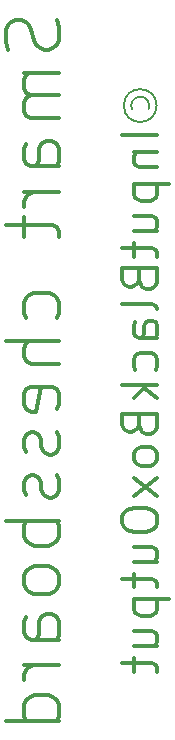
<source format=gbr>
%TF.GenerationSoftware,KiCad,Pcbnew,(5.1.4)-1*%
%TF.CreationDate,2021-06-18T22:58:37+05:30*%
%TF.ProjectId,board,626f6172-642e-46b6-9963-61645f706362,rev?*%
%TF.SameCoordinates,Original*%
%TF.FileFunction,Legend,Bot*%
%TF.FilePolarity,Positive*%
%FSLAX46Y46*%
G04 Gerber Fmt 4.6, Leading zero omitted, Abs format (unit mm)*
G04 Created by KiCad (PCBNEW (5.1.4)-1) date 2021-06-18 22:58:37*
%MOMM*%
%LPD*%
G04 APERTURE LIST*
%ADD10C,0.200000*%
%ADD11C,0.300000*%
G04 APERTURE END LIST*
D10*
X234719041Y-113341020D02*
G75*
G02X236100000Y-113300000I680959J341020D01*
G01*
X236789244Y-113000000D02*
G75*
G03X236789244Y-113000000I-1389244J0D01*
G01*
D11*
X236857142Y-115500000D02*
X233857142Y-115500000D01*
X234857142Y-116928571D02*
X236857142Y-116928571D01*
X235142857Y-116928571D02*
X235000000Y-117071428D01*
X234857142Y-117357142D01*
X234857142Y-117785714D01*
X235000000Y-118071428D01*
X235285714Y-118214285D01*
X236857142Y-118214285D01*
X234857142Y-119642857D02*
X237857142Y-119642857D01*
X235000000Y-119642857D02*
X234857142Y-119928571D01*
X234857142Y-120500000D01*
X235000000Y-120785714D01*
X235142857Y-120928571D01*
X235428571Y-121071428D01*
X236285714Y-121071428D01*
X236571428Y-120928571D01*
X236714285Y-120785714D01*
X236857142Y-120500000D01*
X236857142Y-119928571D01*
X236714285Y-119642857D01*
X234857142Y-123642857D02*
X236857142Y-123642857D01*
X234857142Y-122357142D02*
X236428571Y-122357142D01*
X236714285Y-122500000D01*
X236857142Y-122785714D01*
X236857142Y-123214285D01*
X236714285Y-123500000D01*
X236571428Y-123642857D01*
X234857142Y-124642857D02*
X234857142Y-125785714D01*
X233857142Y-125071428D02*
X236428571Y-125071428D01*
X236714285Y-125214285D01*
X236857142Y-125500000D01*
X236857142Y-125785714D01*
X235285714Y-127785714D02*
X235428571Y-128214285D01*
X235571428Y-128357142D01*
X235857142Y-128500000D01*
X236285714Y-128500000D01*
X236571428Y-128357142D01*
X236714285Y-128214285D01*
X236857142Y-127928571D01*
X236857142Y-126785714D01*
X233857142Y-126785714D01*
X233857142Y-127785714D01*
X234000000Y-128071428D01*
X234142857Y-128214285D01*
X234428571Y-128357142D01*
X234714285Y-128357142D01*
X235000000Y-128214285D01*
X235142857Y-128071428D01*
X235285714Y-127785714D01*
X235285714Y-126785714D01*
X236857142Y-130214285D02*
X236714285Y-129928571D01*
X236428571Y-129785714D01*
X233857142Y-129785714D01*
X236857142Y-132642857D02*
X235285714Y-132642857D01*
X235000000Y-132500000D01*
X234857142Y-132214285D01*
X234857142Y-131642857D01*
X235000000Y-131357142D01*
X236714285Y-132642857D02*
X236857142Y-132357142D01*
X236857142Y-131642857D01*
X236714285Y-131357142D01*
X236428571Y-131214285D01*
X236142857Y-131214285D01*
X235857142Y-131357142D01*
X235714285Y-131642857D01*
X235714285Y-132357142D01*
X235571428Y-132642857D01*
X236714285Y-135357142D02*
X236857142Y-135071428D01*
X236857142Y-134500000D01*
X236714285Y-134214285D01*
X236571428Y-134071428D01*
X236285714Y-133928571D01*
X235428571Y-133928571D01*
X235142857Y-134071428D01*
X235000000Y-134214285D01*
X234857142Y-134500000D01*
X234857142Y-135071428D01*
X235000000Y-135357142D01*
X236857142Y-136642857D02*
X233857142Y-136642857D01*
X235714285Y-136928571D02*
X236857142Y-137785714D01*
X234857142Y-137785714D02*
X236000000Y-136642857D01*
X235285714Y-140071428D02*
X235428571Y-140500000D01*
X235571428Y-140642857D01*
X235857142Y-140785714D01*
X236285714Y-140785714D01*
X236571428Y-140642857D01*
X236714285Y-140500000D01*
X236857142Y-140214285D01*
X236857142Y-139071428D01*
X233857142Y-139071428D01*
X233857142Y-140071428D01*
X234000000Y-140357142D01*
X234142857Y-140500000D01*
X234428571Y-140642857D01*
X234714285Y-140642857D01*
X235000000Y-140500000D01*
X235142857Y-140357142D01*
X235285714Y-140071428D01*
X235285714Y-139071428D01*
X236857142Y-142500000D02*
X236714285Y-142214285D01*
X236571428Y-142071428D01*
X236285714Y-141928571D01*
X235428571Y-141928571D01*
X235142857Y-142071428D01*
X235000000Y-142214285D01*
X234857142Y-142500000D01*
X234857142Y-142928571D01*
X235000000Y-143214285D01*
X235142857Y-143357142D01*
X235428571Y-143500000D01*
X236285714Y-143500000D01*
X236571428Y-143357142D01*
X236714285Y-143214285D01*
X236857142Y-142928571D01*
X236857142Y-142500000D01*
X236857142Y-144500000D02*
X234857142Y-146071428D01*
X234857142Y-144500000D02*
X236857142Y-146071428D01*
X233857142Y-147785714D02*
X233857142Y-148357142D01*
X234000000Y-148642857D01*
X234285714Y-148928571D01*
X234857142Y-149071428D01*
X235857142Y-149071428D01*
X236428571Y-148928571D01*
X236714285Y-148642857D01*
X236857142Y-148357142D01*
X236857142Y-147785714D01*
X236714285Y-147500000D01*
X236428571Y-147214285D01*
X235857142Y-147071428D01*
X234857142Y-147071428D01*
X234285714Y-147214285D01*
X234000000Y-147500000D01*
X233857142Y-147785714D01*
X234857142Y-151642857D02*
X236857142Y-151642857D01*
X234857142Y-150357142D02*
X236428571Y-150357142D01*
X236714285Y-150500000D01*
X236857142Y-150785714D01*
X236857142Y-151214285D01*
X236714285Y-151500000D01*
X236571428Y-151642857D01*
X234857142Y-152642857D02*
X234857142Y-153785714D01*
X233857142Y-153071428D02*
X236428571Y-153071428D01*
X236714285Y-153214285D01*
X236857142Y-153500000D01*
X236857142Y-153785714D01*
X234857142Y-154785714D02*
X237857142Y-154785714D01*
X235000000Y-154785714D02*
X234857142Y-155071428D01*
X234857142Y-155642857D01*
X235000000Y-155928571D01*
X235142857Y-156071428D01*
X235428571Y-156214285D01*
X236285714Y-156214285D01*
X236571428Y-156071428D01*
X236714285Y-155928571D01*
X236857142Y-155642857D01*
X236857142Y-155071428D01*
X236714285Y-154785714D01*
X234857142Y-158785714D02*
X236857142Y-158785714D01*
X234857142Y-157500000D02*
X236428571Y-157500000D01*
X236714285Y-157642857D01*
X236857142Y-157928571D01*
X236857142Y-158357142D01*
X236714285Y-158642857D01*
X236571428Y-158785714D01*
X234857142Y-159785714D02*
X234857142Y-160928571D01*
X233857142Y-160214285D02*
X236428571Y-160214285D01*
X236714285Y-160357142D01*
X236857142Y-160642857D01*
X236857142Y-160928571D01*
X228321428Y-105714285D02*
X228535714Y-106357142D01*
X228535714Y-107428571D01*
X228321428Y-107857142D01*
X228107142Y-108071428D01*
X227678571Y-108285714D01*
X227250000Y-108285714D01*
X226821428Y-108071428D01*
X226607142Y-107857142D01*
X226392857Y-107428571D01*
X226178571Y-106571428D01*
X225964285Y-106142857D01*
X225750000Y-105928571D01*
X225321428Y-105714285D01*
X224892857Y-105714285D01*
X224464285Y-105928571D01*
X224250000Y-106142857D01*
X224035714Y-106571428D01*
X224035714Y-107642857D01*
X224250000Y-108285714D01*
X228535714Y-110214285D02*
X225535714Y-110214285D01*
X225964285Y-110214285D02*
X225750000Y-110428571D01*
X225535714Y-110857142D01*
X225535714Y-111500000D01*
X225750000Y-111928571D01*
X226178571Y-112142857D01*
X228535714Y-112142857D01*
X226178571Y-112142857D02*
X225750000Y-112357142D01*
X225535714Y-112785714D01*
X225535714Y-113428571D01*
X225750000Y-113857142D01*
X226178571Y-114071428D01*
X228535714Y-114071428D01*
X228535714Y-118142857D02*
X226178571Y-118142857D01*
X225750000Y-117928571D01*
X225535714Y-117500000D01*
X225535714Y-116642857D01*
X225750000Y-116214285D01*
X228321428Y-118142857D02*
X228535714Y-117714285D01*
X228535714Y-116642857D01*
X228321428Y-116214285D01*
X227892857Y-116000000D01*
X227464285Y-116000000D01*
X227035714Y-116214285D01*
X226821428Y-116642857D01*
X226821428Y-117714285D01*
X226607142Y-118142857D01*
X228535714Y-120285714D02*
X225535714Y-120285714D01*
X226392857Y-120285714D02*
X225964285Y-120500000D01*
X225750000Y-120714285D01*
X225535714Y-121142857D01*
X225535714Y-121571428D01*
X225535714Y-122428571D02*
X225535714Y-124142857D01*
X224035714Y-123071428D02*
X227892857Y-123071428D01*
X228321428Y-123285714D01*
X228535714Y-123714285D01*
X228535714Y-124142857D01*
X228321428Y-131000000D02*
X228535714Y-130571428D01*
X228535714Y-129714285D01*
X228321428Y-129285714D01*
X228107142Y-129071428D01*
X227678571Y-128857142D01*
X226392857Y-128857142D01*
X225964285Y-129071428D01*
X225750000Y-129285714D01*
X225535714Y-129714285D01*
X225535714Y-130571428D01*
X225750000Y-131000000D01*
X228535714Y-132928571D02*
X224035714Y-132928571D01*
X228535714Y-134857142D02*
X226178571Y-134857142D01*
X225750000Y-134642857D01*
X225535714Y-134214285D01*
X225535714Y-133571428D01*
X225750000Y-133142857D01*
X225964285Y-132928571D01*
X228321428Y-138714285D02*
X228535714Y-138285714D01*
X228535714Y-137428571D01*
X228321428Y-137000000D01*
X227892857Y-136785714D01*
X226178571Y-136785714D01*
X225750000Y-137000000D01*
X225535714Y-137428571D01*
X225535714Y-138285714D01*
X225750000Y-138714285D01*
X226178571Y-138928571D01*
X226607142Y-138928571D01*
X227035714Y-136785714D01*
X228321428Y-140642857D02*
X228535714Y-141071428D01*
X228535714Y-141928571D01*
X228321428Y-142357142D01*
X227892857Y-142571428D01*
X227678571Y-142571428D01*
X227250000Y-142357142D01*
X227035714Y-141928571D01*
X227035714Y-141285714D01*
X226821428Y-140857142D01*
X226392857Y-140642857D01*
X226178571Y-140642857D01*
X225750000Y-140857142D01*
X225535714Y-141285714D01*
X225535714Y-141928571D01*
X225750000Y-142357142D01*
X228321428Y-144285714D02*
X228535714Y-144714285D01*
X228535714Y-145571428D01*
X228321428Y-146000000D01*
X227892857Y-146214285D01*
X227678571Y-146214285D01*
X227250000Y-146000000D01*
X227035714Y-145571428D01*
X227035714Y-144928571D01*
X226821428Y-144500000D01*
X226392857Y-144285714D01*
X226178571Y-144285714D01*
X225750000Y-144500000D01*
X225535714Y-144928571D01*
X225535714Y-145571428D01*
X225750000Y-146000000D01*
X228535714Y-148142857D02*
X224035714Y-148142857D01*
X225750000Y-148142857D02*
X225535714Y-148571428D01*
X225535714Y-149428571D01*
X225750000Y-149857142D01*
X225964285Y-150071428D01*
X226392857Y-150285714D01*
X227678571Y-150285714D01*
X228107142Y-150071428D01*
X228321428Y-149857142D01*
X228535714Y-149428571D01*
X228535714Y-148571428D01*
X228321428Y-148142857D01*
X228535714Y-152857142D02*
X228321428Y-152428571D01*
X228107142Y-152214285D01*
X227678571Y-151999999D01*
X226392857Y-151999999D01*
X225964285Y-152214285D01*
X225750000Y-152428571D01*
X225535714Y-152857142D01*
X225535714Y-153499999D01*
X225750000Y-153928571D01*
X225964285Y-154142857D01*
X226392857Y-154357142D01*
X227678571Y-154357142D01*
X228107142Y-154142857D01*
X228321428Y-153928571D01*
X228535714Y-153499999D01*
X228535714Y-152857142D01*
X228535714Y-158214285D02*
X226178571Y-158214285D01*
X225750000Y-157999999D01*
X225535714Y-157571428D01*
X225535714Y-156714285D01*
X225750000Y-156285714D01*
X228321428Y-158214285D02*
X228535714Y-157785714D01*
X228535714Y-156714285D01*
X228321428Y-156285714D01*
X227892857Y-156071428D01*
X227464285Y-156071428D01*
X227035714Y-156285714D01*
X226821428Y-156714285D01*
X226821428Y-157785714D01*
X226607142Y-158214285D01*
X228535714Y-160357142D02*
X225535714Y-160357142D01*
X226392857Y-160357142D02*
X225964285Y-160571428D01*
X225750000Y-160785714D01*
X225535714Y-161214285D01*
X225535714Y-161642857D01*
X228535714Y-165071428D02*
X224035714Y-165071428D01*
X228321428Y-165071428D02*
X228535714Y-164642857D01*
X228535714Y-163785714D01*
X228321428Y-163357142D01*
X228107142Y-163142857D01*
X227678571Y-162928571D01*
X226392857Y-162928571D01*
X225964285Y-163142857D01*
X225750000Y-163357142D01*
X225535714Y-163785714D01*
X225535714Y-164642857D01*
X225750000Y-165071428D01*
M02*

</source>
